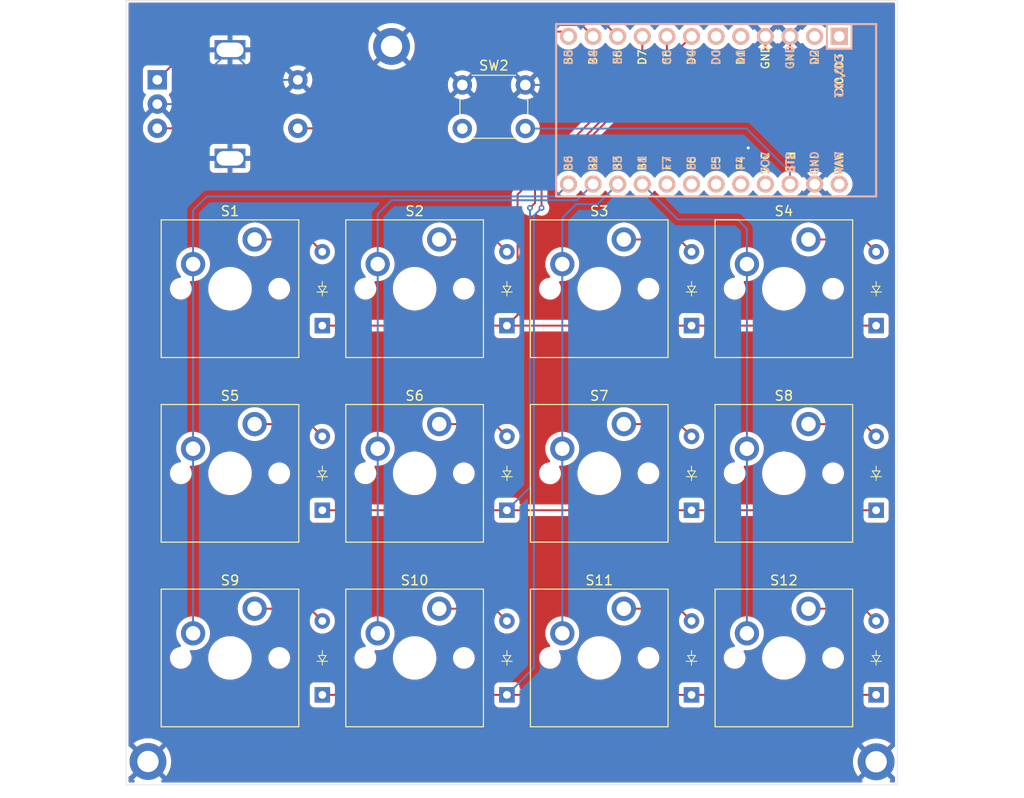
<source format=kicad_pcb>
(kicad_pcb (version 20240108) (generator "pcbnew") (generator_version "8.0")
  (layers (0 "F.Cu" signal) (31 "B.Cu" signal) (34 "B.Paste" user) (35 "F.Paste" user) (36 "B.SilkS" user "B.Silkscreen") (37 "F.SilkS" user "F.Silkscreen") (38 "B.Mask" user) (39 "F.Mask" user) (44 "Edge.Cuts" user))
  (net 0 "")
  (net 1 "Net-(D1-A)")
  (net 2 "Row1")
  (net 3 "Net-(D2-A)")
  (net 4 "Net-(D3-A)")
  (net 5 "Net-(D4-A)")
  (net 6 "Row2")
  (net 7 "Net-(D5-A)")
  (net 8 "Net-(D6-A)")
  (net 9 "Net-(D7-A)")
  (net 10 "Net-(D8-A)")
  (net 11 "Row3")
  (net 12 "Net-(D9-A)")
  (net 13 "Net-(D10-A)")
  (net 14 "Net-(D11-A)")
  (net 15 "Net-(D12-A)")
  (net 16 "Col1")
  (net 17 "Col2")
  (net 18 "Col3")
  (net 19 "Col4")
  (net 20 "ENCa")
  (net 21 "ENCsw")
  (net 22 "GND")
  (net 23 "ENCb")
  (net 25 "3V3")
  (net 34 "RST")
  (footprint "ScottoKeebs_Scotto:Encoder_EC11_MX" (layer "F.Cu") (at 74.70375 61.23375)
    (property "Reference" "SW1" (hide yes))
    (property "Value" "RotaryEncoder_Switch_MP" (hide yes))
    (pad "A" thru_hole rect (at -7.5 -2.5) (size 2 2) (drill 1) (layers "*.Cu" "*.Mask") (net 20 "ENCa"))
    (pad "B" thru_hole circle (at -7.5 2.5) (size 2 2) (drill 1) (layers "*.Cu" "*.Mask") (net 23 "ENCb"))
    (pad "C" thru_hole circle (at -7.5 0) (size 2 2) (drill 1) (layers "*.Cu" "*.Mask") (net 22 "GND"))
    (pad "MP" thru_hole rect (at 0 -5.6) (size 3.2 2) (drill oval 2.8 1.5) (layers "*.Cu" "*.Mask") (net 22 "GND"))
    (pad "MP" thru_hole rect (at 0 5.6) (size 3.2 2) (drill oval 2.8 1.5) (layers "*.Cu" "*.Mask") (net 22 "GND"))
    (pad "S1" thru_hole circle (at 7 2.5) (size 2 2) (drill 1) (layers "*.Cu" "*.Mask") (net 21 "ENCsw"))
    (pad "S2" thru_hole circle (at 7 -2.5) (size 2 2) (drill 1) (layers "*.Cu" "*.Mask") (net 22 "GND"))
  )
  (footprint "ScottoKeebs_Components:Diode_DO-35" (layer "F.Cu") (at 141.37875 84.09375 90)
    (property "Reference" "D4" (hide yes))
    (property "Value" "Diode" (hide yes))
    (fp_line (start 3.46 -0.55) (end 3.46 0.55) (stroke (width 0.1)) (layer "F.SilkS"))
    (fp_line (start 4.06 -0.4) (end 4.06 0.4) (stroke (width 0.1)) (layer "F.SilkS"))
    (fp_line (start 4.06 0) (end 4.56 0) (stroke (width 0.1)) (layer "F.SilkS"))
    (fp_line (start 3.46 0) (end 4.06 -0.4) (stroke (width 0.1)) (layer "F.SilkS"))
    (fp_line (start 3.06 0) (end 3.46 0) (stroke (width 0.1)) (layer "F.SilkS"))
    (fp_line (start 4.06 0.4) (end 3.46 0) (stroke (width 0.1)) (layer "F.SilkS"))
    (pad "1" thru_hole rect (at 0 0 90) (size 1.6 1.6) (drill 0.8) (layers "*.Cu" "*.Mask") (net 2 "Row1"))
    (pad "2" thru_hole oval (at 7.62 0 90) (size 1.6 1.6) (drill 0.8) (layers "*.Cu" "*.Mask") (net 5 "Net-(D4-A)"))
  )
  (footprint "MountingHole:MountingHole_2.2mm_M2_ISO14580_Pad" (layer "F.Cu") (at 141.37875 129.099375)
    (property "Reference" "REF**" (hide yes))
    (property "Value" "MountingHole_2.2mm_M2_ISO14580_Pad")
    (pad "1" thru_hole circle (at 0 0) (size 3.8 3.8) (drill 2.2) (layers "*.Cu" "*.Mask") (net 22 "GND"))
  )
  (footprint "ScottoKeebs_Components:Diode_DO-35" (layer "F.Cu") (at 84.22875 122.19375 90)
    (property "Reference" "D9" (hide yes))
    (property "Value" "Diode" (hide yes))
    (fp_line (start 3.46 -0.55) (end 3.46 0.55) (stroke (width 0.1)) (layer "F.SilkS"))
    (fp_line (start 4.06 -0.4) (end 4.06 0.4) (stroke (width 0.1)) (layer "F.SilkS"))
    (fp_line (start 4.06 0) (end 4.56 0) (stroke (width 0.1)) (layer "F.SilkS"))
    (fp_line (start 3.46 0) (end 4.06 -0.4) (stroke (width 0.1)) (layer "F.SilkS"))
    (fp_line (start 3.06 0) (end 3.46 0) (stroke (width 0.1)) (layer "F.SilkS"))
    (fp_line (start 4.06 0.4) (end 3.46 0) (stroke (width 0.1)) (layer "F.SilkS"))
    (pad "1" thru_hole rect (at 0 0 90) (size 1.6 1.6) (drill 0.8) (layers "*.Cu" "*.Mask") (net 11 "Row3"))
    (pad "2" thru_hole oval (at 7.62 0 90) (size 1.6 1.6) (drill 0.8) (layers "*.Cu" "*.Mask") (net 12 "Net-(D9-A)"))
  )
  (footprint "ScottoKeebs_MX:MX_PCB_1.00u" (layer "F.Cu") (at 131.85375 80.28375)
    (property "Reference" "S4" (at 0 -8 0) (layer "F.SilkS"))
    (property "Value" "Keyswitch")
    (fp_line (start -7.1 -7.1) (end -7.1 7.1) (stroke (width 0.12)) (layer "F.SilkS"))
    (fp_line (start -7.1 7.1) (end 7.1 7.1) (stroke (width 0.12)) (layer "F.SilkS"))
    (fp_line (start 7.1 -7.1) (end -7.1 -7.1) (stroke (width 0.12)) (layer "F.SilkS"))
    (fp_line (start 7.1 7.1) (end 7.1 -7.1) (stroke (width 0.12)) (layer "F.SilkS"))
    (pad "" np_thru_hole circle (at -5.08 0) (size 1.75 1.75) (drill 1.75) (layers "*.Cu" "*.Mask"))
    (pad "" np_thru_hole circle (at 0 0) (size 4 4) (drill 4) (layers "*.Cu" "*.Mask"))
    (pad "" np_thru_hole circle (at 5.08 0) (size 1.75 1.75) (drill 1.75) (layers "*.Cu" "*.Mask"))
    (pad "1" thru_hole circle (at -3.81 -2.54) (size 2.5 2.5) (drill 1.5) (layers "*.Cu" "*.Mask") (net 19 "Col4"))
    (pad "2" thru_hole circle (at 2.54 -5.08) (size 2.5 2.5) (drill 1.5) (layers "*.Cu" "*.Mask") (net 5 "Net-(D4-A)"))
  )
  (footprint "ScottoKeebs_MCU:Arduino_Pro_Micro" (layer "F.Cu") (at 123.59875 61.86875 -90)
    (property "Reference" "U1" (hide yes))
    (property "Value" "Arduino_Pro_Micro" (hide yes))
    (fp_line (start -8.89 15.24) (end 8.89 15.24) (stroke (width 0.2)) (layer "B.SilkS"))
    (fp_line (start 8.89 15.24) (end 8.89 -17.78) (stroke (width 0.2)) (layer "B.SilkS"))
    (fp_line (start -6.35 -12.7) (end -8.89 -12.7) (stroke (width 0.2)) (layer "B.SilkS"))
    (fp_line (start -6.35 -15.24) (end -6.35 -12.7) (stroke (width 0.2)) (layer "B.SilkS"))
    (fp_line (start -6.35 -15.24) (end -8.89 -15.24) (stroke (width 0.2)) (layer "B.SilkS"))
    (fp_line (start -8.89 -17.78) (end -8.89 15.24) (stroke (width 0.2)) (layer "B.SilkS"))
    (fp_line (start 8.89 -17.78) (end -8.89 -17.78) (stroke (width 0.2)) (layer "B.SilkS"))
    (fp_poly (pts (xy 5.844635 -8.75097) (xy 5.844635 -8.55097) (xy 5.944635 -8.55097) (xy 5.944635 -8.75097)) (stroke (width 0.15)) (fill solid) (layer "B.SilkS"))
    (fp_poly (pts (xy 6.044635 -8.95097) (xy 6.044635 -8.85097) (xy 6.144635 -8.85097) (xy 6.144635 -8.95097)) (stroke (width 0.15)) (fill solid) (layer "B.SilkS"))
    (fp_poly (pts (xy 5.844635 -9.35097) (xy 5.844635 -9.05097) (xy 5.944635 -9.05097) (xy 5.944635 -9.35097)) (stroke (width 0.15)) (fill solid) (layer "B.SilkS"))
    (fp_poly (pts (xy 5.844635 -9.35097) (xy 5.844635 -9.25097) (xy 6.344635 -9.25097) (xy 6.344635 -9.35097)) (stroke (width 0.15)) (fill solid) (layer "B.SilkS"))
    (fp_poly (pts (xy 6.244635 -9.35097) (xy 6.244635 -8.55097) (xy 6.344635 -8.55097) (xy 6.344635 -9.35097)) (stroke (width 0.15)) (fill solid) (layer "B.SilkS"))
    (fp_line (start -8.89 15.24) (end 8.89 15.24) (stroke (width 0.2)) (layer "F.SilkS"))
    (fp_line (start 8.89 15.24) (end 8.89 -17.78) (stroke (width 0.2)) (layer "F.SilkS"))
    (fp_line (start -6.35 -12.7) (end -8.89 -12.7) (stroke (width 0.2)) (layer "F.SilkS"))
    (fp_line (start -6.35 -15.24) (end -6.35 -12.7) (stroke (width 0.2)) (layer "F.SilkS"))
    (fp_line (start -6.35 -15.24) (end -8.89 -15.24) (stroke (width 0.2)) (layer "F.SilkS"))
    (fp_line (start -8.89 -17.78) (end -8.89 15.24) (stroke (width 0.2)) (layer "F.SilkS"))
    (fp_line (start 8.89 -17.78) (end -8.89 -17.78) (stroke (width 0.2)) (layer "F.SilkS"))
    (fp_poly (pts (xy 4.931568 -8.76064) (xy 4.931568 -8.56064) (xy 4.831568 -8.56064) (xy 4.831568 -8.76064)) (stroke (width 0.15)) (fill solid) (layer "F.SilkS"))
    (fp_poly (pts (xy 4.731568 -8.96064) (xy 4.731568 -8.86064) (xy 4.631568 -8.86064) (xy 4.631568 -8.96064)) (stroke (width 0.15)) (fill solid) (layer "F.SilkS"))
    (fp_poly (pts (xy 4.531568 -9.36064) (xy 4.531568 -8.56064) (xy 4.431568 -8.56064) (xy 4.431568 -9.36064)) (stroke (width 0.15)) (fill solid) (layer "F.SilkS"))
    (fp_poly (pts (xy 4.931568 -9.36064) (xy 4.931568 -9.06064) (xy 4.831568 -9.06064) (xy 4.831568 -9.36064)) (stroke (width 0.15)) (fill solid) (layer "F.SilkS"))
    (fp_poly (pts (xy 4.931568 -9.36064) (xy 4.931568 -9.26064) (xy 4.431568 -9.26064) (xy 4.431568 -9.36064)) (stroke (width 0.15)) (fill solid) (layer "F.SilkS"))
    (fp_text user "B5" (at -5.461 13.97 90) (layer "B.SilkS") (effects (font (size 0.8 0.8)) (justify mirror)))
    (fp_text user "F5" (at 5.461 -1.27 90) (layer "B.SilkS") (effects (font (size 0.8 0.8)) (justify mirror)))
    (fp_text user "D0" (at -5.461 -1.27 90) (layer "B.SilkS") (effects (font (size 0.8 0.8)) (justify mirror)))
    (fp_text user "B4" (at -5.461 11.43 90) (layer "B.SilkS") (effects (font (size 0.8 0.8)) (justify mirror)))
    (fp_text user "D1" (at -5.461 -3.81 90) (layer "B.SilkS") (effects (font (size 0.8 0.8)) (justify mirror)))
    (fp_text user "TX0/D3" (at -3.571872 -13.97 90) (layer "B.SilkS") (effects (font (size 0.8 0.8)) (justify mirror)))
    (fp_text user "D2" (at -5.461 -11.43 90) (layer "B.SilkS") (effects (font (size 0.8 0.8)) (justify mirror)))
    (fp_text user "B3" (at 5.461 8.89 90) (layer "B.SilkS") (effects (font (size 0.8 0.8)) (justify mirror)))
    (fp_text user "F4" (at 5.461 -3.81 90) (layer "B.SilkS") (effects (font (size 0.8 0.8)) (justify mirror)))
    (fp_text user "E6" (at -5.461 8.89 90) (layer "B.SilkS") (effects (font (size 0.8 0.8)) (justify mirror)))
    (fp_text user "GND" (at -5.461 -8.89 90) (layer "B.SilkS") (effects (font (size 0.8 0.8)) (justify mirror)))
    (fp_text user "ST" (at 5.04 -8.91 90) (layer "B.SilkS") (effects (font (size 0.8 0.8)) (justify mirror)))
    (fp_text user "VCC" (at 5.461 -6.35 90) (layer "B.SilkS") (effects (font (size 0.8 0.8)) (justify mirror)))
    (fp_text user "B6" (at 5.461 13.97 90) (layer "B.SilkS") (effects (font (size 0.8 0.8)) (justify mirror)))
    (fp_text user "GND" (at 5.461 -11.43 90) (layer "B.SilkS") (effects (font (size 0.8 0.8)) (justify mirror)))
    (fp_text user "C6" (at -5.461 3.81 90) (layer "B.SilkS") (effects (font (size 0.8 0.8)) (justify mirror)))
    (fp_text user "B1" (at 5.461 6.35 90) (layer "B.SilkS") (effects (font (size 0.8 0.8)) (justify mirror)))
    (fp_text user "F6" (at 5.461 1.27 90) (layer "B.SilkS") (effects (font (size 0.8 0.8)) (justify mirror)))
    (fp_text user "D4" (at -5.461 1.27 90) (layer "B.SilkS") (effects (font (size 0.8 0.8)) (justify mirror)))
    (fp_text user "B2" (at 5.461 11.43 90) (layer "B.SilkS") (effects (font (size 0.8 0.8)) (justify mirror)))
    (fp_text user "F7" (at 5.461 3.81 90) (layer "B.SilkS") (effects (font (size 0.8 0.8)) (justify mirror)))
    (fp_text user "RAW" (at 5.461 -13.97 90) (layer "B.SilkS") (effects (font (size 0.8 0.8)) (justify mirror)))
    (fp_text user "B3" (at 5.461 8.89 90) (layer "F.SilkS") (effects (font (size 0.8 0.8))))
    (fp_text user "F5" (at 5.461 -1.27 90) (layer "F.SilkS") (effects (font (size 0.8 0.8))))
    (fp_text user "B4" (at -5.461 11.43 90) (layer "F.SilkS") (effects (font (size 0.8 0.8))))
    (fp_text user "B5" (at -5.461 13.97 90) (layer "F.SilkS") (effects (font (size 0.8 0.8))))
    (fp_text user "C6" (at -5.461 3.81 90) (layer "F.SilkS") (effects (font (size 0.8 0.8))))
    (fp_text user "D0" (at -5.461 -1.27 90) (layer "F.SilkS") (effects (font (size 0.8 0.8))))
    (fp_text user "D4" (at -5.461 1.27 90) (layer "F.SilkS") (effects (font (size 0.8 0.8))))
    (fp_text user "D2" (at -5.461 -11.43 90) (layer "F.SilkS") (effects (font (size 0.8 0.8))))
    (fp_text user "GND" (at 5.461 -11.43 90) (layer "F.SilkS") (effects (font (size 0.8 0.8))))
    (fp_text user "B6" (at 5.461 13.97 90) (layer "F.SilkS") (effects (font (size 0.8 0.8))))
    (fp_text user "RAW" (at 5.461 -13.97 90) (layer "F.SilkS") (effects (font (size 0.8 0.8))))
    (fp_text user "B2" (at 5.461 11.43 90) (layer "F.SilkS") (effects (font (size 0.8 0.8))))
    (fp_text user "E6" (at -5.461 8.89 90) (layer "F.SilkS") (effects (font (size 0.8 0.8))))
    (fp_text user "TX0/D3" (at -3.571872 -13.97 90) (layer "F.SilkS") (effects (font (size 0.8 0.8))))
    (fp_text user "F7" (at 5.461 3.81 90) (layer "F.SilkS") (effects (font (size 0.8 0.8))))
    (fp_text user "F4" (at 5.461 -3.81 90) (layer "F.SilkS") (effects (font (size 0.8 0.8))))
    (fp_text user "ST" (at 5.73312 -8.92 90) (layer "F.SilkS") (effects (font (size 0.8 0.8))))
    (fp_text user "F6" (at 5.461 1.27 90) (layer "F.SilkS") (effects (font (size 0.8 0.8))))
    (fp_text user "GND" (at -5.461 -6.35 90) (layer "F.SilkS") (effects (font (size 0.8 0.8))))
    (fp_text user "VCC" (at 5.461 -6.35 90) (layer "F.SilkS") (effects (font (size 0.8 0.8))))
    (fp_text user "D1" (at -5.461 -3.81 90) (layer "F.SilkS") (effects (font (size 0.8 0.8))))
    (fp_text user "GND" (at -5.461 -8.89 90) (layer "F.SilkS") (effects (font (size 0.8 0.8))))
    (fp_text user "B1" (at 5.461 6.35 90) (layer "F.SilkS") (effects (font (size 0.8 0.8))))
    (fp_text user "D7" (at -5.461 6.35 90) (layer "F.SilkS") (effects (font (size 0.8 0.8))))
    (pad "1" thru_hole rect (at -7.62 -13.97 180) (size 1.7526 1.7526) (drill 1.0922) (layers "*.Cu" "*.SilkS" "*.Mask"))
    (pad "2" thru_hole circle (at -7.62 -11.43 180) (size 1.7526 1.7526) (drill 1.0922) (layers "*.Cu" "*.SilkS" "*.Mask"))
    (pad "3" thru_hole circle (at -7.62 -8.89 180) (size 1.7526 1.7526) (drill 1.0922) (layers "*.Cu" "*.SilkS" "*.Mask") (net 22 "GND"))
    (pad "4" thru_hole circle (at -7.62 -6.35 180) (size 1.7526 1.7526) (drill 1.0922) (layers "*.Cu" "*.SilkS" "*.Mask") (net 22 "GND"))
    (pad "5" thru_hole circle (at -7.62 -3.81 180) (size 1.7526 1.7526) (drill 1.0922) (layers "*.Cu" "*.SilkS" "*.Mask"))
    (pad "6" thru_hole circle (at -7.62 -1.27 180) (size 1.7526 1.7526) (drill 1.0922) (layers "*.Cu" "*.SilkS" "*.Mask"))
    (pad "7" thru_hole circle (at -7.62 1.27 180) (size 1.7526 1.7526) (drill 1.0922) (layers "*.Cu" "*.SilkS" "*.Mask") (net 11 "Row3"))
    (pad "8" thru_hole circle (at -7.62 3.81 180) (size 1.7526 1.7526) (drill 1.0922) (layers "*.Cu" "*.SilkS" "*.Mask") (net 6 "Row2"))
    (pad "9" thru_hole circle (at -7.62 6.35 180) (size 1.7526 1.7526) (drill 1.0922) (layers "*.Cu" "*.SilkS" "*.Mask") (net 2 "Row1"))
    (pad "10" thru_hole circle (at -7.62 8.89 180) (size 1.7526 1.7526) (drill 1.0922) (layers "*.Cu" "*.SilkS" "*.Mask") (net 20 "ENCa"))
    (pad "11" thru_hole circle (at -7.62 11.43 180) (size 1.7526 1.7526) (drill 1.0922) (layers "*.Cu" "*.SilkS" "*.Mask") (net 23 "ENCb"))
    (pad "12" thru_hole circle (at -7.62 13.97 180) (size 1.7526 1.7526) (drill 1.0922) (layers "*.Cu" "*.SilkS" "*.Mask") (net 21 "ENCsw"))
    (pad "13" thru_hole circle (at 7.62 13.97 180) (size 1.7526 1.7526) (drill 1.0922) (layers "*.Cu" "*.SilkS" "*.Mask") (net 16 "Col1"))
    (pad "14" thru_hole circle (at 7.62 11.43 180) (size 1.7526 1.7526) (drill 1.0922) (layers "*.Cu" "*.SilkS" "*.Mask") (net 17 "Col2"))
    (pad "15" thru_hole circle (at 7.62 8.89 180) (size 1.7526 1.7526) (drill 1.0922) (layers "*.Cu" "*.SilkS" "*.Mask") (net 18 "Col3"))
    (pad "16" thru_hole circle (at 7.62 6.35 180) (size 1.7526 1.7526) (drill 1.0922) (layers "*.Cu" "*.SilkS" "*.Mask") (net 19 "Col4"))
    (pad "17" thru_hole circle (at 7.62 3.81 180) (size 1.7526 1.7526) (drill 1.0922) (layers "*.Cu" "*.SilkS" "*.Mask"))
    (pad "18" thru_hole circle (at 7.62 1.27 180) (size 1.7526 1.7526) (drill 1.0922) (layers "*.Cu" "*.SilkS" "*.Mask"))
    (pad "19" thru_hole circle (at 7.62 -1.27 180) (size 1.7526 1.7526) (drill 1.0922) (layers "*.Cu" "*.SilkS" "*.Mask"))
    (pad "20" thru_hole circle (at 7.62 -3.81 180) (size 1.7526 1.7526) (drill 1.0922) (layers "*.Cu" "*.SilkS" "*.Mask"))
    (pad "21" thru_hole circle (at 7.62 -6.35 180) (size 1.7526 1.7526) (drill 1.0922) (layers "*.Cu" "*.SilkS" "*.Mask") (net 25 "3V3"))
    (pad "22" thru_hole circle (at 7.62 -8.89 180) (size 1.7526 1.7526) (drill 1.0922) (layers "*.Cu" "*.SilkS" "*.Mask") (net 34 "RST"))
    (pad "23" thru_hole circle (at 7.62 -11.43 180) (size 1.7526 1.7526) (drill 1.0922) (layers "*.Cu" "*.SilkS" "*.Mask") (net 22 "GND"))
    (pad "24" thru_hole circle (at 7.62 -13.97 180) (size 1.7526 1.7526) (drill 1.0922) (layers "*.Cu" "*.SilkS" "*.Mask"))
  )
  (footprint "Button_Switch_THT:SW_PUSH_6mm" (layer "F.Cu") (at 98.67875 59.25875)
    (property "Reference" "SW2" (at 3.25 -2 0) (layer "F.SilkS"))
    (property "Value" "SW_Push")
    (fp_line (start -0.25 1.5) (end -0.25 3) (stroke (width 0.12)) (layer "F.SilkS"))
    (fp_line (start 1 5.5) (end 5.5 5.5) (stroke (width 0.12)) (layer "F.SilkS"))
    (fp_line (start 5.5 -1) (end 1 -1) (stroke (width 0.12)) (layer "F.SilkS"))
    (fp_line (start 6.75 3) (end 6.75 1.5) (stroke (width 0.12)) (layer "F.SilkS"))
    (pad "1" thru_hole circle (at 0 0 90) (size 2 2) (drill 1.1) (layers "*.Cu" "*.Mask") (net 22 "GND"))
    (pad "1" thru_hole circle (at 6.5 0 90) (size 2 2) (drill 1.1) (layers "*.Cu" "*.Mask") (net 22 "GND"))
    (pad "2" thru_hole circle (at 0 4.5 90) (size 2 2) (drill 1.1) (layers "*.Cu" "*.Mask") (net 34 "RST"))
    (pad "2" thru_hole circle (at 6.5 4.5 90) (size 2 2) (drill 1.1) (layers "*.Cu" "*.Mask") (net 34 "RST"))
  )
  (footprint "ScottoKeebs_Components:Diode_DO-35" (layer "F.Cu") (at 103.27875 122.19375 90)
    (property "Reference" "D10" (hide yes))
    (property "Value" "Diode" (hide yes))
    (fp_line (start 3.46 -0.55) (end 3.46 0.55) (stroke (width 0.1)) (layer "F.SilkS"))
    (fp_line (start 4.06 -0.4) (end 4.06 0.4) (stroke (width 0.1)) (layer "F.SilkS"))
    (fp_line (start 4.06 0) (end 4.56 0) (stroke (width 0.1)) (layer "F.SilkS"))
    (fp_line (start 3.46 0) (end 4.06 -0.4) (stroke (width 0.1)) (layer "F.SilkS"))
    (fp_line (start 3.06 0) (end 3.46 0) (stroke (width 0.1)) (layer "F.SilkS"))
    (fp_line (start 4.06 0.4) (end 3.46 0) (stroke (width 0.1)) (layer "F.SilkS"))
    (pad "1" thru_hole rect (at 0 0 90) (size 1.6 1.6) (drill 0.8) (layers "*.Cu" "*.Mask") (net 11 "Row3"))
    (pad "2" thru_hole oval (at 7.62 0 90) (size 1.6 1.6) (drill 0.8) (layers "*.Cu" "*.Mask") (net 13 "Net-(D10-A)"))
  )
  (footprint "ScottoKeebs_MX:MX_PCB_1.00u" (layer "F.Cu") (at 74.70375 118.38375)
    (property "Reference" "S9" (at 0 -8 0) (layer "F.SilkS"))
    (property "Value" "Keyswitch")
    (fp_line (start -7.1 -7.1) (end -7.1 7.1) (stroke (width 0.12)) (layer "F.SilkS"))
    (fp_line (start -7.1 7.1) (end 7.1 7.1) (stroke (width 0.12)) (layer "F.SilkS"))
    (fp_line (start 7.1 -7.1) (end -7.1 -7.1) (stroke (width 0.12)) (layer "F.SilkS"))
    (fp_line (start 7.1 7.1) (end 7.1 -7.1) (stroke (width 0.12)) (layer "F.SilkS"))
    (pad "" np_thru_hole circle (at -5.08 0) (size 1.75 1.75) (drill 1.75) (layers "*.Cu" "*.Mask"))
    (pad "" np_thru_hole circle (at 0 0) (size 4 4) (drill 4) (layers "*.Cu" "*.Mask"))
    (pad "" np_thru_hole circle (at 5.08 0) (size 1.75 1.75) (drill 1.75) (layers "*.Cu" "*.Mask"))
    (pad "1" thru_hole circle (at -3.81 -2.54) (size 2.5 2.5) (drill 1.5) (layers "*.Cu" "*.Mask") (net 16 "Col1"))
    (pad "2" thru_hole circle (at 2.54 -5.08) (size 2.5 2.5) (drill 1.5) (layers "*.Cu" "*.Mask") (net 12 "Net-(D9-A)"))
  )
  (footprint "ScottoKeebs_MX:MX_PCB_1.00u" (layer "F.Cu") (at 93.75375 80.28375)
    (property "Reference" "S2" (at 0 -8 0) (layer "F.SilkS"))
    (property "Value" "Keyswitch")
    (fp_line (start -7.1 -7.1) (end -7.1 7.1) (stroke (width 0.12)) (layer "F.SilkS"))
    (fp_line (start -7.1 7.1) (end 7.1 7.1) (stroke (width 0.12)) (layer "F.SilkS"))
    (fp_line (start 7.1 -7.1) (end -7.1 -7.1) (stroke (width 0.12)) (layer "F.SilkS"))
    (fp_line (start 7.1 7.1) (end 7.1 -7.1) (stroke (width 0.12)) (layer "F.SilkS"))
    (pad "" np_thru_hole circle (at -5.08 0) (size 1.75 1.75) (drill 1.75) (layers "*.Cu" "*.Mask"))
    (pad "" np_thru_hole circle (at 0 0) (size 4 4) (drill 4) (layers "*.Cu" "*.Mask"))
    (pad "" np_thru_hole circle (at 5.08 0) (size 1.75 1.75) (drill 1.75) (layers "*.Cu" "*.Mask"))
    (pad "1" thru_hole circle (at -3.81 -2.54) (size 2.5 2.5) (drill 1.5) (layers "*.Cu" "*.Mask") (net 17 "Col2"))
    (pad "2" thru_hole circle (at 2.54 -5.08) (size 2.5 2.5) (drill 1.5) (layers "*.Cu" "*.Mask") (net 3 "Net-(D2-A)"))
  )
  (footprint "ScottoKeebs_Components:Diode_DO-35" (layer "F.Cu") (at 84.22875 103.14375 90)
    (property "Reference" "D5" (hide yes))
    (property "Value" "Diode" (hide yes))
    (fp_line (start 3.46 -0.55) (end 3.46 0.55) (stroke (width 0.1)) (layer "F.SilkS"))
    (fp_line (start 4.06 -0.4) (end 4.06 0.4) (stroke (width 0.1)) (layer "F.SilkS"))
    (fp_line (start 4.06 0) (end 4.56 0) (stroke (width 0.1)) (layer "F.SilkS"))
    (fp_line (start 3.46 0) (end 4.06 -0.4) (stroke (width 0.1)) (layer "F.SilkS"))
    (fp_line (start 3.06 0) (end 3.46 0) (stroke (width 0.1)) (layer "F.SilkS"))
    (fp_line (start 4.06 0.4) (end 3.46 0) (stroke (width 0.1)) (layer "F.SilkS"))
    (pad "1" thru_hole rect (at 0 0 90) (size 1.6 1.6) (drill 0.8) (layers "*.Cu" "*.Mask") (net 6 "Row2"))
    (pad "2" thru_hole oval (at 7.62 0 90) (size 1.6 1.6) (drill 0.8) (layers "*.Cu" "*.Mask") (net 7 "Net-(D5-A)"))
  )
  (footprint "ScottoKeebs_MX:MX_PCB_1.00u" (layer "F.Cu") (at 93.75375 118.38375)
    (property "Reference" "S10" (at 0 -8 0) (layer "F.SilkS"))
    (property "Value" "Keyswitch")
    (fp_line (start -7.1 -7.1) (end -7.1 7.1) (stroke (width 0.12)) (layer "F.SilkS"))
    (fp_line (start -7.1 7.1) (end 7.1 7.1) (stroke (width 0.12)) (layer "F.SilkS"))
    (fp_line (start 7.1 -7.1) (end -7.1 -7.1) (stroke (width 0.12)) (layer "F.SilkS"))
    (fp_line (start 7.1 7.1) (end 7.1 -7.1) (stroke (width 0.12)) (layer "F.SilkS"))
    (pad "" np_thru_hole circle (at -5.08 0) (size 1.75 1.75) (drill 1.75) (layers "*.Cu" "*.Mask"))
    (pad "" np_thru_hole circle (at 0 0) (size 4 4) (drill 4) (layers "*.Cu" "*.Mask"))
    (pad "" np_thru_hole circle (at 5.08 0) (size 1.75 1.75) (drill 1.75) (layers "*.Cu" "*.Mask"))
    (pad "1" thru_hole circle (at -3.81 -2.54) (size 2.5 2.5) (drill 1.5) (layers "*.Cu" "*.Mask") (net 17 "Col2"))
    (pad "2" thru_hole circle (at 2.54 -5.08) (size 2.5 2.5) (drill 1.5) (layers "*.Cu" "*.Mask") (net 13 "Net-(D10-A)"))
  )
  (footprint "ScottoKeebs_Components:Diode_DO-35" (layer "F.Cu") (at 141.37875 103.14375 90)
    (property "Reference" "D8" (hide yes))
    (property "Value" "Diode" (hide yes))
    (fp_line (start 3.46 -0.55) (end 3.46 0.55) (stroke (width 0.1)) (layer "F.SilkS"))
    (fp_line (start 4.06 -0.4) (end 4.06 0.4) (stroke (width 0.1)) (layer "F.SilkS"))
    (fp_line (start 4.06 0) (end 4.56 0) (stroke (width 0.1)) (layer "F.SilkS"))
    (fp_line (start 3.46 0) (end 4.06 -0.4) (stroke (width 0.1)) (layer "F.SilkS"))
    (fp_line (start 3.06 0) (end 3.46 0) (stroke (width 0.1)) (layer "F.SilkS"))
    (fp_line (start 4.06 0.4) (end 3.46 0) (stroke (width 0.1)) (layer "F.SilkS"))
    (pad "1" thru_hole rect (at 0 0 90) (size 1.6 1.6) (drill 0.8) (layers "*.Cu" "*.Mask") (net 6 "Row2"))
    (pad "2" thru_hole oval (at 7.62 0 90) (size 1.6 1.6) (drill 0.8) (layers "*.Cu" "*.Mask") (net 10 "Net-(D8-A)"))
  )
  (footprint "ScottoKeebs_MX:MX_PCB_1.00u" (layer "F.Cu") (at 74.70375 80.28375)
    (property "Reference" "S1" (at 0 -8 0) (layer "F.SilkS"))
    (property "Value" "Keyswitch")
    (fp_line (start -7.1 -7.1) (end -7.1 7.1) (stroke (width 0.12)) (layer "F.SilkS"))
    (fp_line (start -7.1 7.1) (end 7.1 7.1) (stroke (width 0.12)) (layer "F.SilkS"))
    (fp_line (start 7.1 -7.1) (end -7.1 -7.1) (stroke (width 0.12)) (layer "F.SilkS"))
    (fp_line (start 7.1 7.1) (end 7.1 -7.1) (stroke (width 0.12)) (layer "F.SilkS"))
    (pad "" np_thru_hole circle (at -5.08 0) (size 1.75 1.75) (drill 1.75) (layers "*.Cu" "*.Mask"))
    (pad "" np_thru_hole circle (at 0 0) (size 4 4) (drill 4) (layers "*.Cu" "*.Mask"))
    (pad "" np_thru_hole circle (at 5.08 0) (size 1.75 1.75) (drill 1.75) (layers "*.Cu" "*.Mask"))
    (pad "1" thru_hole circle (at -3.81 -2.54) (size 2.5 2.5) (drill 1.5) (layers "*.Cu" "*.Mask") (net 16 "Col1"))
    (pad "2" thru_hole circle (at 2.54 -5.08) (size 2.5 2.5) (drill 1.5) (layers "*.Cu" "*.Mask") (net 1 "Net-(D1-A)"))
  )
  (footprint "ScottoKeebs_MX:MX_PCB_1.00u" (layer "F.Cu") (at 112.80375 80.28375)
    (property "Reference" "S3" (at 0 -8 0) (layer "F.SilkS"))
    (property "Value" "Keyswitch")
    (fp_line (start -7.1 -7.1) (end -7.1 7.1) (stroke (width 0.12)) (layer "F.SilkS"))
    (fp_line (start -7.1 7.1) (end 7.1 7.1) (stroke (width 0.12)) (layer "F.SilkS"))
    (fp_line (start 7.1 -7.1) (end -7.1 -7.1) (stroke (width 0.12)) (layer "F.SilkS"))
    (fp_line (start 7.1 7.1) (end 7.1 -7.1) (stroke (width 0.12)) (layer "F.SilkS"))
    (pad "" np_thru_hole circle (at -5.08 0) (size 1.75 1.75) (drill 1.75) (layers "*.Cu" "*.Mask"))
    (pad "" np_thru_hole circle (at 0 0) (size 4 4) (drill 4) (layers "*.Cu" "*.Mask"))
    (pad "" np_thru_hole circle (at 5.08 0) (size 1.75 1.75) (drill 1.75) (layers "*.Cu" "*.Mask"))
    (pad "1" thru_hole circle (at -3.81 -2.54) (size 2.5 2.5) (drill 1.5) (layers "*.Cu" "*.Mask") (net 18 "Col3"))
    (pad "2" thru_hole circle (at 2.54 -5.08) (size 2.5 2.5) (drill 1.5) (layers "*.Cu" "*.Mask") (net 4 "Net-(D3-A)"))
  )
  (footprint "ScottoKeebs_Components:Diode_DO-35" (layer "F.Cu") (at 122.32875 122.19375 90)
    (property "Reference" "D11" (hide yes))
    (property "Value" "Diode" (hide yes))
    (fp_line (start 3.46 -0.55) (end 3.46 0.55) (stroke (width 0.1)) (layer "F.SilkS"))
    (fp_line (start 4.06 -0.4) (end 4.06 0.4) (stroke (width 0.1)) (layer "F.SilkS"))
    (fp_line (start 4.06 0) (end 4.56 0) (stroke (width 0.1)) (layer "F.SilkS"))
    (fp_line (start 3.46 0) (end 4.06 -0.4) (stroke (width 0.1)) (layer "F.SilkS"))
    (fp_line (start 3.06 0) (end 3.46 0) (stroke (width 0.1)) (layer "F.SilkS"))
    (fp_line (start 4.06 0.4) (end 3.46 0) (stroke (width 0.1)) (layer "F.SilkS"))
    (pad "1" thru_hole rect (at 0 0 90) (size 1.6 1.6) (drill 0.8) (layers "*.Cu" "*.Mask") (net 11 "Row3"))
    (pad "2" thru_hole oval (at 7.62 0 90) (size 1.6 1.6) (drill 0.8) (layers "*.Cu" "*.Mask") (net 14 "Net-(D11-A)"))
  )
  (footprint "ScottoKeebs_Components:Diode_DO-35" (layer "F.Cu") (at 103.27875 103.14375 90)
    (property "Reference" "D6" (hide yes))
    (property "Value" "Diode" (hide yes))
    (fp_line (start 3.46 -0.55) (end 3.46 0.55) (stroke (width 0.1)) (layer "F.SilkS"))
    (fp_line (start 4.06 -0.4) (end 4.06 0.4) (stroke (width 0.1)) (layer "F.SilkS"))
    (fp_line (start 4.06 0) (end 4.56 0) (stroke (width 0.1)) (layer "F.SilkS"))
    (fp_line (start 3.46 0) (end 4.06 -0.4) (stroke (width 0.1)) (layer "F.SilkS"))
    (fp_line (start 3.06 0) (end 3.46 0) (stroke (width 0.1)) (layer "F.SilkS"))
    (fp_line (start 4.06 0.4) (end 3.46 0) (stroke (width 0.1)) (layer "F.SilkS"))
    (pad "1" thru_hole rect (at 0 0 90) (size 1.6 1.6) (drill 0.8) (layers "*.Cu" "*.Mask") (net 6 "Row2"))
    (pad "2" thru_hole oval (at 7.62 0 90) (size 1.6 1.6) (drill 0.8) (layers "*.Cu" "*.Mask") (net 8 "Net-(D6-A)"))
  )
  (footprint "ScottoKeebs_Components:Diode_DO-35" (layer "F.Cu") (at 122.32875 84.09375 90)
    (property "Reference" "D3" (hide yes))
    (property "Value" "Diode" (hide yes))
    (fp_line (start 3.46 -0.55) (end 3.46 0.55) (stroke (width 0.1)) (layer "F.SilkS"))
    (fp_line (start 4.06 -0.4) (end 4.06 0.4) (stroke (width 0.1)) (layer "F.SilkS"))
    (fp_line (start 4.06 0) (end 4.56 0) (stroke (width 0.1)) (layer "F.SilkS"))
    (fp_line (start 3.46 0) (end 4.06 -0.4) (stroke (width 0.1)) (layer "F.SilkS"))
    (fp_line (start 3.06 0) (end 3.46 0) (stroke (width 0.1)) (layer "F.SilkS"))
    (fp_line (start 4.06 0.4) (end 3.46 0) (stroke (width 0.1)) (layer "F.SilkS"))
    (pad "1" thru_hole rect (at 0 0 90) (size 1.6 1.6) (drill 0.8) (layers "*.Cu" "*.Mask") (net 2 "Row1"))
    (pad "2" thru_hole oval (at 7.62 0 90) (size 1.6 1.6) (drill 0.8) (layers "*.Cu" "*.Mask") (net 4 "Net-(D3-A)"))
  )
  (footprint "ScottoKeebs_Components:Diode_DO-35" (layer "F.Cu") (at 122.32875 103.14375 90)
    (property "Reference" "D7" (hide yes))
    (property "Value" "Diode" (hide yes))
    (fp_line (start 3.46 -0.55) (end 3.46 0.55) (stroke (width 0.1)) (layer "F.SilkS"))
    (fp_line (start 4.06 -0.4) (end 4.06 0.4) (stroke (width 0.1)) (layer "F.SilkS"))
    (fp_line (start 4.06 0) (end 4.56 0) (stroke (width 0.1)) (layer "F.SilkS"))
    (fp_line (start 3.46 0) (end 4.06 -0.4) (stroke (width 0.1)) (layer "F.SilkS"))
    (fp_line (start 3.06 0) (end 3.46 0) (stroke (width 0.1)) (layer "F.SilkS"))
    (fp_line (start 4.06 0.4) (end 3.46 0) (stroke (width 0.1)) (layer "F.SilkS"))
    (pad "1" thru_hole rect (at 0 0 90) (size 1.6 1.6) (drill 0.8) (layers "*.Cu" "*.Mask") (net 6 "Row2"))
    (pad "2" thru_hole oval (at 7.62 0 90) (size 1.6 1.6) (drill 0.8) (layers "*.Cu" "*.Mask") (net 9 "Net-(D7-A)"))
  )
  (footprint "MountingHole:MountingHole_2.2mm_M2_ISO14580_Pad" (layer "F.Cu") (at 91.3725 55.280625)
    (property "Reference" "GND" (hide yes))
    (property "Value" "MountingHole_2.2mm_M2_ISO14580_Pad")
    (pad "1" thru_hole circle (at 0 0) (size 3.8 3.8) (drill 2.2) (layers "*.Cu" "*.Mask") (net 22 "GND"))
  )
  (footprint "ScottoKeebs_MX:MX_PCB_1.00u" (layer "F.Cu") (at 112.80375 118.38375)
    (property "Reference" "S11" (at 0 -8 0) (layer "F.SilkS"))
    (property "Value" "Keyswitch")
    (fp_line (start -7.1 -7.1) (end -7.1 7.1) (stroke (width 0.12)) (layer "F.SilkS"))
    (fp_line (start -7.1 7.1) (end 7.1 7.1) (stroke (width 0.12)) (layer "F.SilkS"))
    (fp_line (start 7.1 -7.1) (end -7.1 -7.1) (stroke (width 0.12)) (layer "F.SilkS"))
    (fp_line (start 7.1 7.1) (end 7.1 -7.1) (stroke (width 0.12)) (layer "F.SilkS"))
    (pad "" np_thru_hole circle (at -5.08 0) (size 1.75 1.75) (drill 1.75) (layers "*.Cu" "*.Mask"))
    (pad "" np_thru_hole circle (at 0 0) (size 4 4) (drill 4) (layers "*.Cu" "*.Mask"))
    (pad "" np_thru_hole circle (at 5.08 0) (size 1.75 1.75) (drill 1.75) (layers "*.Cu" "*.Mask"))
    (pad "1" thru_hole circle (at -3.81 -2.54) (size 2.5 2.5) (drill 1.5) (layers "*.Cu" "*.Mask") (net 18 "Col3"))
    (pad "2" thru_hole circle (at 2.54 -5.08) (size 2.5 2.5) (drill 1.5) (layers "*.Cu" "*.Mask") (net 14 "Net-(D11-A)"))
  )
  (footprint "ScottoKeebs_MX:MX_PCB_1.00u" (layer "F.Cu") (at 93.75375 99.33375)
    (property "Reference" "S6" (at 0 -8 0) (layer "F.SilkS"))
    (property "Value" "Keyswitch")
    (fp_line (start -7.1 -7.1) (end -7.1 7.1) (stroke (width 0.12)) (layer "F.SilkS"))
    (fp_line (start -7.1 7.1) (end 7.1 7.1) (stroke (width 0.12)) (layer "F.SilkS"))
    (fp_line (start 7.1 -7.1) (end -7.1 -7.1) (stroke (width 0.12)) (layer "F.SilkS"))
    (fp_line (start 7.1 7.1) (end 7.1 -7.1) (stroke (width 0.12)) (layer "F.SilkS"))
    (pad "" np_thru_hole circle (at -5.08 0) (size 1.75 1.75) (drill 1.75) (layers "*.Cu" "*.Mask"))
    (pad "" np_thru_hole circle (at 0 0) (size 4 4) (drill 4) (layers "*.Cu" "*.Mask"))
    (pad "" np_thru_hole circle (at 5.08 0) (size 1.75 1.75) (drill 1.75) (layers "*.Cu" "*.Mask"))
    (pad "1" thru_hole circle (at -3.81 -2.54) (size 2.5 2.5) (drill 1.5) (layers "*.Cu" "*.Mask") (net 17 "Col2"))
    (pad "2" thru_hole circle (at 2.54 -5.08) (size 2.5 2.5) (drill 1.5) (layers "*.Cu" "*.Mask") (net 8 "Net-(D6-A)"))
  )
  (footprint "ScottoKeebs_MX:MX_PCB_1.00u" (layer "F.Cu") (at 74.70375 99.33375)
    (property "Reference" "S5" (at 0 -8 0) (layer "F.SilkS"))
    (property "Value" "Keyswitch")
    (fp_line (start -7.1 -7.1) (end -7.1 7.1) (stroke (width 0.12)) (layer "F.SilkS"))
    (fp_line (start -7.1 7.1) (end 7.1 7.1) (stroke (width 0.12)) (layer "F.SilkS"))
    (fp_line (start 7.1 -7.1) (end -7.1 -7.1) (stroke (width 0.12)) (layer "F.SilkS"))
    (fp_line (start 7.1 7.1) (end 7.1 -7.1) (stroke (width 0.12)) (layer "F.SilkS"))
    (pad "" np_thru_hole circle (at -5.08 0) (size 1.75 1.75) (drill 1.75) (layers "*.Cu" "*.Mask"))
    (pad "" np_thru_hole circle (at 0 0) (size 4 4) (drill 4) (layers "*.Cu" "*.Mask"))
    (pad "" np_thru_hole circle (at 5.08 0) (size 1.75 1.75) (drill 1.75) (layers "*.Cu" "*.Mask"))
    (pad "1" thru_hole circle (at -3.81 -2.54) (size 2.5 2.5) (drill 1.5) (layers "*.Cu" "*.Mask") (net 16 "Col1"))
    (pad "2" thru_hole circle (at 2.54 -5.08) (size 2.5 2.5) (drill 1.5) (layers "*.Cu" "*.Mask") (net 7 "Net-(D5-A)"))
  )
  (footprint "ScottoKeebs_Components:Diode_DO-35" (layer "F.Cu") (at 141.37875 122.19375 90)
    (property "Reference" "D12" (hide yes))
    (property "Value" "Diode" (hide yes))
    (fp_line (start 3.46 -0.55) (end 3.46 0.55) (stroke (width 0.1)) (layer "F.SilkS"))
    (fp_line (start 4.06 -0.4) (end 4.06 0.4) (stroke (width 0.1)) (layer "F.SilkS"))
    (fp_line (start 4.06 0) (end 4.56 0) (stroke (width 0.1)) (layer "F.SilkS"))
    (fp_line (start 3.46 0) (end 4.06 -0.4) (stroke (width 0.1)) (layer "F.SilkS"))
    (fp_line (start 3.06 0) (end 3.46 0) (stroke (width 0.1)) (layer "F.SilkS"))
    (fp_line (start 4.06 0.4) (end 3.46 0) (stroke (width 0.1)) (layer "F.SilkS"))
    (pad "1" thru_hole rect (at 0 0 90) (size 1.6 1.6) (drill 0.8) (layers "*.Cu" "*.Mask") (net 11 "Row3"))
    (pad "2" thru_hole oval (at 7.62 0 90) (size 1.6 1.6) (drill 0.8) (layers "*.Cu" "*.Mask") (net 15 "Net-(D12-A)"))
  )
  (footprint "ScottoKeebs_Components:Diode_DO-35" (layer "F.Cu") (at 84.22875 84.09375 90)
    (property "Reference" "D1" (hide yes))
    (property "Value" "Diode" (hide yes))
    (fp_line (start 3.46 -0.55) (end 3.46 0.55) (stroke (width 0.1)) (layer "F.SilkS"))
    (fp_line (start 4.06 -0.4) (end 4.06 0.4) (stroke (width 0.1)) (layer "F.SilkS"))
    (fp_line (start 4.06 0) (end 4.56 0) (stroke (width 0.1)) (layer "F.SilkS"))
    (fp_line (start 3.46 0) (end 4.06 -0.4) (stroke (width 0.1)) (layer "F.SilkS"))
    (fp_line (start 3.06 0) (end 3.46 0) (stroke (width 0.1)) (layer "F.SilkS"))
    (fp_line (start 4.06 0.4) (end 3.46 0) (stroke (width 0.1)) (layer "F.SilkS"))
    (pad "1" thru_hole rect (at 0 0 90) (size 1.6 1.6) (drill 0.8) (layers "*.Cu" "*.Mask") (net 2 "Row1"))
    (pad "2" thru_hole oval (at 7.62 0 90) (size 1.6 1.6) (drill 0.8) (layers "*.Cu" "*.Mask") (net 1 "Net-(D1-A)"))
  )
  (footprint "ScottoKeebs_Components:Diode_DO-35" (layer "F.Cu") (at 103.27875 84.09375 90)
    (property "Reference" "D2" (hide yes))
    (property "Value" "Diode" (hide yes))
    (fp_line (start 3.46 -0.55) (end 3.46 0.55) (stroke (width 0.1)) (layer "F.SilkS"))
    (fp_line (start 4.06 -0.4) (end 4.06 0.4) (stroke (width 0.1)) (layer "F.SilkS"))
    (fp_line (start 4.06 0) (end 4.56 0) (stroke (width 0.1)) (layer "F.SilkS"))
    (fp_line (start 3.46 0) (end 4.06 -0.4) (stroke (width 0.1)) (layer "F.SilkS"))
    (fp_line (start 3.06 0) (end 3.46 0) (stroke (width 0.1)) (layer "F.SilkS"))
    (fp_line (start 4.06 0.4) (end 3.46 0) (stroke (width 0.1)) (layer "F.SilkS"))
    (pad "1" thru_hole rect (at 0 0 90) (size 1.6 1.6) (drill 0.8) (layers "*.Cu" "*.Mask") (net 2 "Row1"))
    (pad "2" thru_hole oval (at 7.62 0 90) (size 1.6 1.6) (drill 0.8) (layers "*.Cu" "*.Mask") (net 3 "Net-(D2-A)"))
  )
  (footprint "ScottoKeebs_MX:MX_PCB_1.00u" (layer "F.Cu") (at 131.85375 118.38375)
    (property "Reference" "S12" (at 0 -8 0) (layer "F.SilkS"))
    (property "Value" "Keyswitch")
    (fp_line (start -7.1 -7.1) (end -7.1 7.1) (stroke (width 0.12)) (layer "F.SilkS"))
    (fp_line (start -7.1 7.1) (end 7.1 7.1) (stroke (width 0.12)) (layer "F.SilkS"))
    (fp_line (start 7.1 -7.1) (end -7.1 -7.1) (stroke (width 0.12)) (layer "F.SilkS"))
    (fp_line (start 7.1 7.1) (end 7.1 -7.1) (stroke (width 0.12)) (layer "F.SilkS"))
    (pad "" np_thru_hole circle (at -5.08 0) (size 1.75 1.75) (drill 1.75) (layers "*.Cu" "*.Mask"))
    (pad "" np_thru_hole circle (at 0 0) (size 4 4) (drill 4) (layers "*.Cu" "*.Mask"))
    (pad "" np_thru_hole circle (at 5.08 0) (size 1.75 1.75) (drill 1.75) (layers "*.Cu" "*.Mask"))
    (pad "1" thru_hole circle (at -3.81 -2.54) (size 2.5 2.5) (drill 1.5) (layers "*.Cu" "*.Mask") (net 19 "Col4"))
    (pad "2" thru_hole circle (at 2.54 -5.08) (size 2.5 2.5) (drill 1.5) (layers "*.Cu" "*.Mask") (net 15 "Net-(D12-A)"))
  )
  (footprint "MountingHole:MountingHole_2.2mm_M2_ISO14580_Pad" (layer "F.Cu") (at 66.23875 129.06875)
    (property "Reference" "REF**" (hide yes))
    (property "Value" "MountingHole_2.2mm_M2_ISO14580_Pad")
    (pad "1" thru_hole circle (at 0 0) (size 3.8 3.8) (drill 2.2) (layers "*.Cu" "*.Mask") (net 22 "GND"))
  )
  (footprint "ScottoKeebs_MX:MX_PCB_1.00u" (layer "F.Cu") (at 131.85375 99.33375)
    (property "Reference" "S8" (at 0 -8 0) (layer "F.SilkS"))
    (property "Value" "Keyswitch")
    (fp_line (start -7.1 -7.1) (end -7.1 7.1) (stroke (width 0.12)) (layer "F.SilkS"))
    (fp_line (start -7.1 7.1) (end 7.1 7.1) (stroke (width 0.12)) (layer "F.SilkS"))
    (fp_line (start 7.1 -7.1) (end -7.1 -7.1) (stroke (width 0.12)) (layer "F.SilkS"))
    (fp_line (start 7.1 7.1) (end 7.1 -7.1) (stroke (width 0.12)) (layer "F.SilkS"))
    (pad "" np_thru_hole circle (at -5.08 0) (size 1.75 1.75) (drill 1.75) (layers "*.Cu" "*.Mask"))
    (pad "" np_thru_hole circle (at 0 0) (size 4 4) (drill 4) (layers "*.Cu" "*.Mask"))
    (pad "" np_thru_hole circle (at 5.08 0) (size 1.75 1.75) (drill 1.75) (layers "*.Cu" "*.Mask"))
    (pad "1" thru_hole circle (at -3.81 -2.54) (size 2.5 2.5) (drill 1.5) (layers "*.Cu" "*.Mask") (net 19 "Col4"))
    (pad "2" thru_hole circle (at 2.54 -5.08) (size 2.5 2.5) (drill 1.5) (layers "*.Cu" "*.Mask") (net 10 "Net-(D8-A)"))
  )
  (footprint "ScottoKeebs_MX:MX_PCB_1.00u" (layer "F.Cu") (at 112.80375 99.33375)
    (property "Reference" "S7" (at 0 -8 0) (layer "F.SilkS"))
    (property "Value" "Keyswitch")
    (fp_line (start -7.1 -7.1) (end -7.1 7.1) (stroke (width 0.12)) (layer "F.SilkS"))
    (fp_line (start -7.1 7.1) (end 7.1 7.1) (stroke (width 0.12)) (layer "F.SilkS"))
    (fp_line (start 7.1 -7.1) (end -7.1 -7.1) (stroke (width 0.12)) (layer "F.SilkS"))
    (fp_line (start 7.1 7.1) (end 7.1 -7.1) (stroke (width 0.12)) (layer "F.SilkS"))
    (pad "" np_thru_hole circle (at -5.08 0) (size 1.75 1.75) (drill 1.75) (layers "*.Cu" "*.Mask"))
    (pad "" np_thru_hole circle (at 0 0) (size 4 4) (drill 4) (layers "*.Cu" "*.Mask"))
    (pad "" np_thru_hole circle (at 5.08 0) (size 1.75 1.75) (drill 1.75) (layers "*.Cu" "*.Mask"))
    (pad "1" thru_hole circle (at -3.81 -2.54) (size 2.5 2.5) (drill 1.5) (layers "*.Cu" "*.Mask") (net 18 "Col3"))
    (pad "2" thru_hole circle (at 2.54 -5.08) (size 2.5 2.5) (drill 1.5) (layers "*.Cu" "*.Mask") (net 9 "Net-(D7-A)"))
  )
  (gr_rect (start 63.988125 50.518125) (end 143.569375 131.480625) (stroke (width 0.05)) (fill none) (layer "Edge.Cuts"))
  (segment (start 77.24375 75.20375) (end 82.95875 75.20375) (width 0.2) (layer "F.Cu") (net 1))
  (segment (start 82.95875 75.20375) (end 84.22875 76.47375) (width 0.2) (layer "F.Cu") (net 1))
  (segment (start 122.32875 84.09375) (end 103.27875 84.09375) (width 0.2) (layer "F.Cu") (net 2))
  (segment (start 104.37875 82.99375) (end 104.37875 70.55875) (width 0.2) (layer "F.Cu") (net 2))
  (segment (start 84.22875 84.09375) (end 103.27875 84.09375) (width 0.2) (layer "F.Cu") (net 2))
  (segment (start 104.37875 70.55875) (end 117.24875 57.68875) (width 0.2) (layer "F.Cu") (net 2))
  (segment (start 103.27875 84.09375) (end 104.37875 82.99375) (width 0.2) (layer "F.Cu") (net 2))
  (segment (start 122.32875 84.09375) (end 141.37875 84.09375) (width 0.2) (layer "F.Cu") (net 2))
  (segment (start 117.24875 57.68875) (end 117.24875 54.24875) (width 0.2) (layer "F.Cu") (net 2))
  (segment (start 96.29375 75.20375) (end 102.00875 75.20375) (width 0.2) (layer "F.Cu") (net 3))
  (segment (start 102.00875 75.20375) (end 103.27875 76.47375) (width 0.2) (layer "F.Cu") (net 3))
  (segment (start 121.05875 75.20375) (end 122.32875 76.47375) (width 0.2) (layer "F.Cu") (net 4))
  (segment (start 115.34375 75.20375) (end 121.05875 75.20375) (width 0.2) (layer "F.Cu") (net 4))
  (segment (start 140.10875 75.20375) (end 141.37875 76.47375) (width 0.2) (layer "F.Cu") (net 5))
  (segment (start 134.39375 75.20375) (end 140.10875 75.20375) (width 0.2) (layer "F.Cu") (net 5))
  (segment (start 105.66 71.949375) (end 106.17875 71.430625) (width 0.2) (layer "F.Cu") (net 6))
  (segment (start 122.32875 103.14375) (end 141.37875 103.14375) (width 0.2) (layer "F.Cu") (net 6))
  (segment (start 106.17875 69.75875) (end 119.78875 56.14875) (width 0.2) (layer "F.Cu") (net 6))
  (segment (start 106.17875 71.430625) (end 106.17875 69.75875) (width 0.2) (layer "F.Cu") (net 6))
  (segment (start 103.27875 103.14375) (end 122.32875 103.14375) (width 0.2) (layer "F.Cu") (net 6))
  (segment (start 84.22875 103.14375) (end 103.27875 103.14375) (width 0.2) (layer "F.Cu") (net 6))
  (segment (start 119.78875 56.14875) (end 119.78875 54.24875) (width 0.2) (layer "F.Cu") (net 6))
  (via (at 105.66 71.949375) (size 0.6) (drill 0.3) (layers "F.Cu" "B.Cu") (net 6))
  (segment (start 105.66 100.7625) (end 103.27875 103.14375) (width 0.2) (layer "B.Cu") (net 6))
  (segment (start 105.66 71.949375) (end 105.66 100.7625) (width 0.2) (layer "B.Cu") (net 6))
  (segment (start 77.24375 94.25375) (end 82.95875 94.25375) (width 0.2) (layer "F.Cu") (net 7))
  (segment (start 82.95875 94.25375) (end 84.22875 95.52375) (width 0.2) (layer "F.Cu") (net 7))
  (segment (start 96.29375 94.25375) (end 102.00875 94.25375) (width 0.2) (layer "F.Cu") (net 8))
  (segment (start 102.00875 94.25375) (end 103.27875 95.52375) (width 0.2) (layer "F.Cu") (net 8))
  (segment (start 121.05875 94.25375) (end 122.32875 95.52375) (width 0.2) (layer "F.Cu") (net 9))
  (segment (start 115.34375 94.25375) (end 121.05875 94.25375) (width 0.2) (layer "F.Cu") (net 9))
  (segment (start 134.39375 94.25375) (end 140.10875 94.25375) (width 0.2) (layer "F.Cu") (net 10))
  (segment (start 140.10875 94.25375) (end 141.37875 95.52375) (width 0.2) (layer "F.Cu") (net 10))
  (segment (start 106.850625 71.949375) (end 106.850625 69.726875) (width 0.2) (layer "F.Cu") (net 11))
  (segment (start 84.22875 122.19375) (end 103.27875 122.19375) (width 0.2) (layer "F.Cu") (net 11))
  (segment (start 103.27875 122.19375) (end 122.32875 122.19375) (width 0.2) (layer "F.Cu") (net 11))
  (segment (start 106.850625 69.726875) (end 122.32875 54.24875) (width 0.2) (layer "F.Cu") (net 11))
  (segment (start 122.32875 122.19375) (end 141.37875 122.19375) (width 0.2) (layer "F.Cu") (net 11))
  (via (at 106.850625 71.949375) (size 0.6) (drill 0.3) (layers "F.Cu" "B.Cu") (net 11))
  (segment (start 106.06 119.4125) (end 103.27875 122.19375) (width 0.2) (layer "B.Cu") (net 11))
  (segment (start 106.850625 71.949375) (end 106.06 72.74) (width 0.2) (layer "B.Cu") (net 11))
  (segment (start 106.06 72.74) (end 106.06 119.4125) (width 0.2) (layer "B.Cu") (net 11))
  (segment (start 82.95875 113.30375) (end 84.22875 114.57375) (width 0.2) (layer "F.Cu") (net 12))
  (segment (start 77.24375 113.30375) (end 82.95875 113.30375) (width 0.2) (layer "F.Cu") (net 12))
  (segment (start 102.00875 113.30375) (end 103.27875 114.57375) (width 0.2) (layer "F.Cu") (net 13))
  (segment (start 96.29375 113.30375) (end 102.00875 113.30375) (width 0.2) (layer "F.Cu") (net 13))
  (segment (start 121.05875 113.30375) (end 122.32875 114.57375) (width 0.2) (layer "F.Cu") (net 14))
  (segment (start 115.34375 113.30375) (end 121.05875 113.30375) (width 0.2) (layer "F.Cu") (net 14))
  (segment (start 134.39375 113.30375) (end 140.10875 113.30375) (width 0.2) (layer "F.Cu") (net 15))
  (segment (start 140.10875 113.30375) (end 141.37875 114.57375) (width 0.2) (layer "F.Cu") (net 15))
  (segment (start 70.89375 115.84375) (end 70.89375 96.79375) (width 0.2) (layer "B.Cu") (net 16))
  (segment (start 70.89375 77.74375) (end 70.89375 72.1875) (width 0.2) (layer "B.Cu") (net 16))
  (segment (start 108.35875 70.75875) (end 109.62875 69.48875) (width 0.2) (layer "B.Cu") (net 16))
  (segment (start 70.89375 72.1875) (end 72.3225 70.75875) (width 0.2) (layer "B.Cu") (net 16))
  (segment (start 72.3225 70.75875) (end 108.35875 70.75875) (width 0.2) (layer "B.Cu") (net 16))
  (segment (start 70.89375 96.79375) (end 70.89375 77.74375) (width 0.2) (layer "B.Cu") (net 16))
  (segment (start 89.94375 72.5875) (end 91.3725 71.15875) (width 0.2) (layer "B.Cu") (net 17))
  (segment (start 110.49875 71.15875) (end 112.16875 69.48875) (width 0.2) (layer "B.Cu") (net 17))
  (segment (start 89.94375 96.79375) (end 89.94375 115.84375) (width 0.2) (layer "B.Cu") (net 17))
  (segment (start 91.3725 71.15875) (end 110.49875 71.15875) (width 0.2) (layer "B.Cu") (net 17))
  (segment (start 89.94375 77.74375) (end 89.94375 72.5875) (width 0.2) (layer "B.Cu") (net 17))
  (segment (start 89.94375 77.74375) (end 89.94375 96.79375) (width 0.2) (layer "B.Cu") (net 17))
  (segment (start 112.63875 71.55875) (end 114.70875 69.48875) (width 0.2) (layer "B.Cu") (net 18))
  (segment (start 108.99375 115.84375) (end 108.99375 96.79375) (width 0.2) (layer "B.Cu") (net 18))
  (segment (start 108.99375 72.9875) (end 110.4225 71.55875) (width 0.2) (layer "B.Cu") (net 18))
  (segment (start 108.99375 96.79375) (end 108.99375 77.74375) (width 0.2) (layer "B.Cu") (net 18))
  (segment (start 110.4225 71.55875) (end 112.63875 71.55875) (width 0.2) (layer "B.Cu") (net 18))
  (segment (start 108.99375 77.74375) (end 108.99375 72.9875) (width 0.2) (layer "B.Cu") (net 18))
  (segment (start 127.09125 73.14) (end 120.9 73.14) (width 0.2) (layer "B.Cu") (net 19))
  (segment (start 128.04375 74.0925) (end 127.09125 73.14) (width 0.2) (layer "B.Cu") (net 19))
  (segment (start 128.04375 77.74375) (end 128.04375 96.79375) (width 0.2) (layer "B.Cu") (net 19))
  (segment (start 128.04375 77.74375) (end 128.04375 74.0925) (width 0.2) (layer "B.Cu") (net 19))
  (segment (start 128.04375 115.84375) (end 128.04375 96.79375) (width 0.2) (layer "B.Cu") (net 19))
  (segment (start 120.9 73.14) (end 117.24875 69.48875) (width 0.2) (layer "B.Cu") (net 19))
  (segment (start 113.13245 52.67245) (end 114.70875 54.24875) (width 0.2) (layer "F.Cu") (net 20))
  (segment (start 73.26505 52.67245) (end 113.13245 52.67245) (width 0.2) (layer "F.Cu") (net 20))
  (segment (start 67.20375 58.73375) (end 73.26505 52.67245) (width 0.2) (layer "F.Cu") (net 20))
  (segment (start 109.13875 53.75875) (end 109.62875 54.24875) (width 0.2) (layer "F.Cu") (net 21))
  (segment (start 81.70375 63.73375) (end 89.20375 63.73375) (width 0.2) (layer "F.Cu") (net 21))
  (segment (start 89.20375 63.73375) (end 99.17875 53.75875) (width 0.2) (layer "F.Cu") (net 21))
  (segment (start 99.17875 53.75875) (end 109.13875 53.75875) (width 0.2) (layer "F.Cu") (net 21))
  (segment (start 131.29875 65.75875) (end 135.02875 69.48875) (width 0.2) (layer "F.Cu") (net 22))
  (segment (start 129.94875 64.40875) (end 135.02875 69.48875) (width 0.2) (layer "F.Cu") (net 22))
  (segment (start 132.48875 66.94875) (end 135.02875 69.48875) (width 0.2) (layer "F.Cu") (net 22))
  (segment (start 132.48875 54.24875) (end 132.48875 66.94875) (width 0.2) (layer "F.Cu") (net 22))
  (segment (start 129.94875 54.24875) (end 129.94875 64.40875) (width 0.2) (layer "F.Cu") (net 22))
  (segment (start 128.17875 65.75875) (end 131.29875 65.75875) (width 0.2) (layer "F.Cu") (net 22))
  (via (at 128.17875 65.75875) (size 0.6) (drill 0.3) (layers "F.Cu" "B.Cu") (net 22))
  (segment (start 81.70375 58.73375) (end 77.80375 58.73375) (width 0.2) (layer "B.Cu") (net 22))
  (segment (start 67.20375 61.23375) (end 69.10375 61.23375) (width 0.2) (layer "B.Cu") (net 22))
  (segment (start 77.80375 58.73375) (end 74.70375 55.63375) (width 0.2) (layer "B.Cu") (net 22))
  (segment (start 74.70375 55.63375) (end 74.70375 66.83375) (width 0.2) (layer "B.Cu") (net 22))
  (segment (start 98.77875 65.55875) (end 88.52875 65.55875) (width 0.2) (layer "B.Cu") (net 22))
  (segment (start 88.52875 65.55875) (end 81.70375 58.73375) (width 0.2) (layer "B.Cu") (net 22))
  (segment (start 127.97875 65.55875) (end 128.17875 65.75875) (width 0.2) (layer "B.Cu") (net 22))
  (segment (start 98.77875 65.55875) (end 127.97875 65.55875) (width 0.2) (layer "B.Cu") (net 22))
  (segment (start 69.10375 61.23375) (end 74.70375 55.63375) (width 0.2) (layer "B.Cu") (net 22))
  (segment (start 105.17875 59.25875) (end 124.79875 59.25875) (width 0.2) (layer "B.Cu") (net 22))
  (segment (start 124.79875 59.25875) (end 135.02875 69.48875) (width 0.2) (layer "B.Cu") (net 22))
  (segment (start 78.542228 63.73375) (end 80.517228 61.75875) (width 0.2) (layer "F.Cu") (net 23))
  (segment (start 88.17875 61.75875) (end 92.17875 57.75875) (width 0.2) (layer "F.Cu") (net 23))
  (segment (start 80.517228 61.75875) (end 88.17875 61.75875) (width 0.2) (layer "F.Cu") (net 23))
  (segment (start 92.17875 57.75875) (end 94.17875 57.75875) (width 0.2) (layer "F.Cu") (net 23))
  (segment (start 94.17875 57.75875) (end 98.86505 53.07245) (width 0.2) (layer "F.Cu") (net 23))
  (segment (start 67.20375 63.73375) (end 78.542228 63.73375) (width 0.2) (layer "F.Cu") (net 23))
  (segment (start 98.86505 53.07245) (end 110.99245 53.07245) (width 0.2) (layer "F.Cu") (net 23))
  (segment (start 110.99245 53.07245) (end 112.16875 54.24875) (width 0.2) (layer "F.Cu") (net 23))
  (segment (start 132.48875 68.249475) (end 132.48875 69.48875) (width 0.2) (layer "B.Cu") (net 34))
  (segment (start 127.998025 63.75875) (end 132.48875 68.249475) (width 0.2) (layer "B.Cu") (net 34))
  (segment (start 105.17875 63.75875) (end 127.998025 63.75875) (width 0.2) (layer "B.Cu") (net 34))
  (zone (net 22) (net_name "GND") (layers "F&B.Cu") (connect_pads (clearance 0.5)) (min_thickness 0.25) (fill yes (thermal_gap 0.5) (thermal_bridge_width 0.5))
    (polygon (pts (xy 63.988125 50.518125) (xy 143.569375 50.518125) (xy 143.569375 131.480625) (xy 63.988125 131.480625)))
  )
)
</source>
